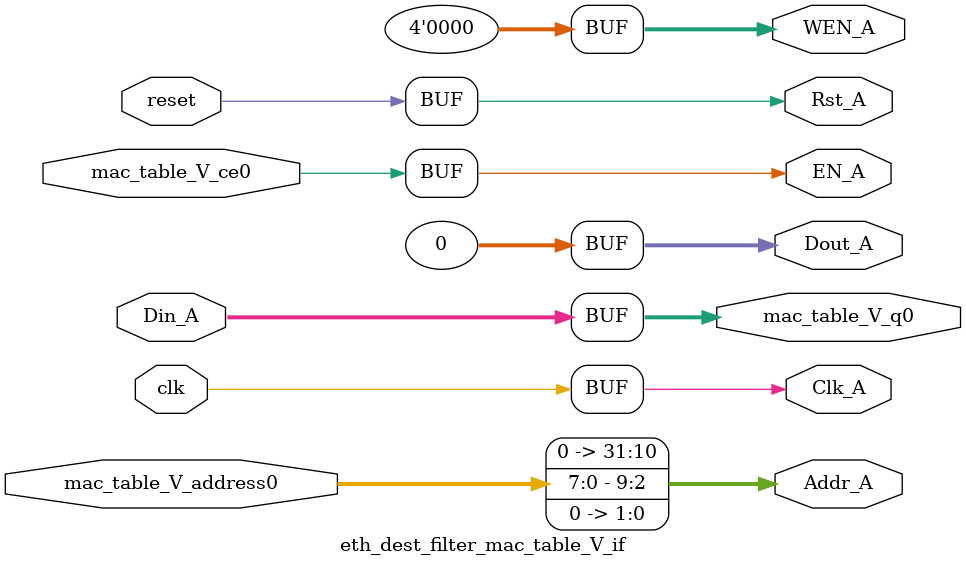
<source format=v>


`timescale 1ns/1ps

module eth_dest_filter_mac_table_V_if (
    // system singals
    input  wire        clk,
    input  wire        reset,
    // user signals
    input  wire [7:0]  mac_table_V_address0,
    input  wire        mac_table_V_ce0,
    output wire [31:0] mac_table_V_q0,
    // bus signals
    output wire        Clk_A,
    output wire        Rst_A,
    output wire        EN_A,
    output wire [3:0]  WEN_A,
    output wire [31:0] Addr_A,
    output wire [31:0] Dout_A,
    input  wire [31:0] Din_A
);
//------------------------Body---------------------------
assign Clk_A          = clk;
assign Rst_A          = reset;
assign EN_A           = mac_table_V_ce0;
assign Addr_A         = {mac_table_V_address0, 2'b0};
assign WEN_A          = 4'b0;
assign Dout_A         = 32'b0;
assign mac_table_V_q0 = Din_A[31:0];

endmodule

</source>
